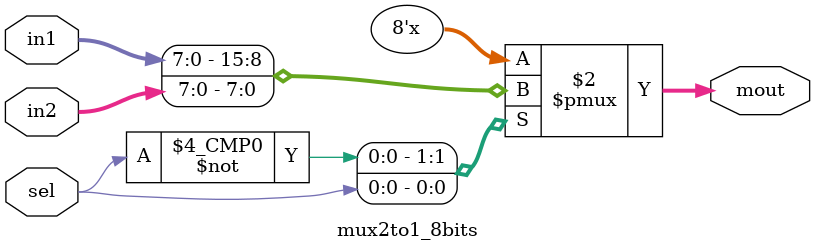
<source format=v>
module mux2to1_8bits(input [7:0] in1, input [7:0] in2,input sel, output reg [7:0] mout);
  always@(in1, in2)
    begin
      case(sel)
        1'b0: mout=in1;
        1'b1: mout=in2;
      endcase
  end
endmodule   
</source>
